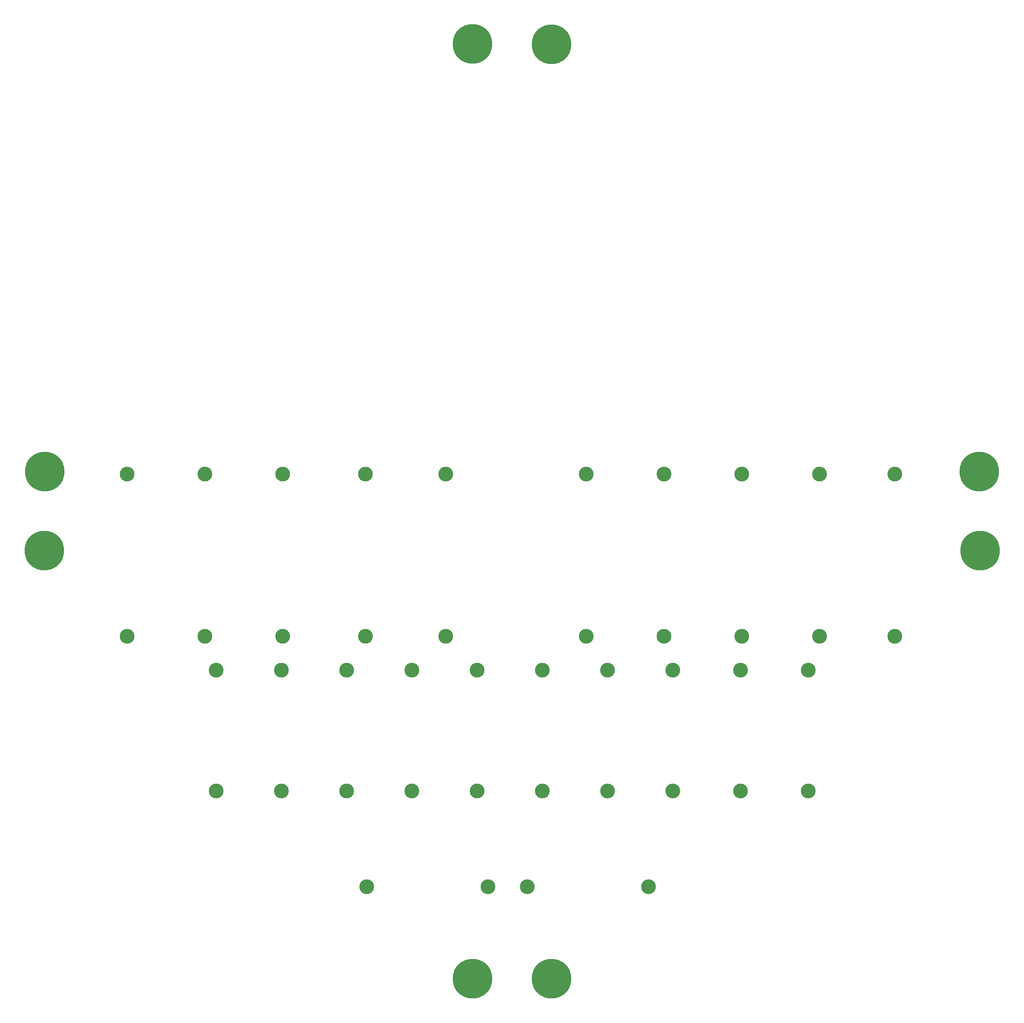
<source format=gtl>
%FSLAX44Y44*%
%MOMM*%
G71*
G01*
G75*
G04 Layer_Physical_Order=1*
G04 Layer_Color=255*
%ADD10C,8.0000*%
%ADD11C,3.0000*%
D10*
X2278380Y1324610D02*
D03*
X386080D02*
D03*
X1252220Y297180D02*
D03*
X1412240D02*
D03*
Y2189480D02*
D03*
X1252220Y2190750D02*
D03*
X384810Y1164590D02*
D03*
X2279650D02*
D03*
D11*
X865140Y677660D02*
D03*
Y922660D02*
D03*
X1393460D02*
D03*
Y677660D02*
D03*
X1261380D02*
D03*
Y922660D02*
D03*
X1129300D02*
D03*
Y677660D02*
D03*
X997220D02*
D03*
Y922660D02*
D03*
X733060D02*
D03*
Y677660D02*
D03*
X1283220Y484140D02*
D03*
X1038220D02*
D03*
X1931940Y922660D02*
D03*
Y677660D02*
D03*
X1608340Y484140D02*
D03*
X1363340D02*
D03*
X1794780Y922660D02*
D03*
Y677660D02*
D03*
X1657620D02*
D03*
Y922660D02*
D03*
X1525540D02*
D03*
Y677660D02*
D03*
X2106930Y990600D02*
D03*
Y1319276D02*
D03*
X867410Y990600D02*
D03*
Y1319276D02*
D03*
X1035050Y990600D02*
D03*
Y1319276D02*
D03*
X1197610Y990600D02*
D03*
Y1319276D02*
D03*
X1482090Y990600D02*
D03*
Y1319276D02*
D03*
X1639570Y990600D02*
D03*
Y1319276D02*
D03*
X1797050Y990600D02*
D03*
Y1319276D02*
D03*
X1954530Y990600D02*
D03*
Y1319276D02*
D03*
X552450Y990600D02*
D03*
Y1319276D02*
D03*
X709930Y990600D02*
D03*
Y1319276D02*
D03*
M02*

</source>
